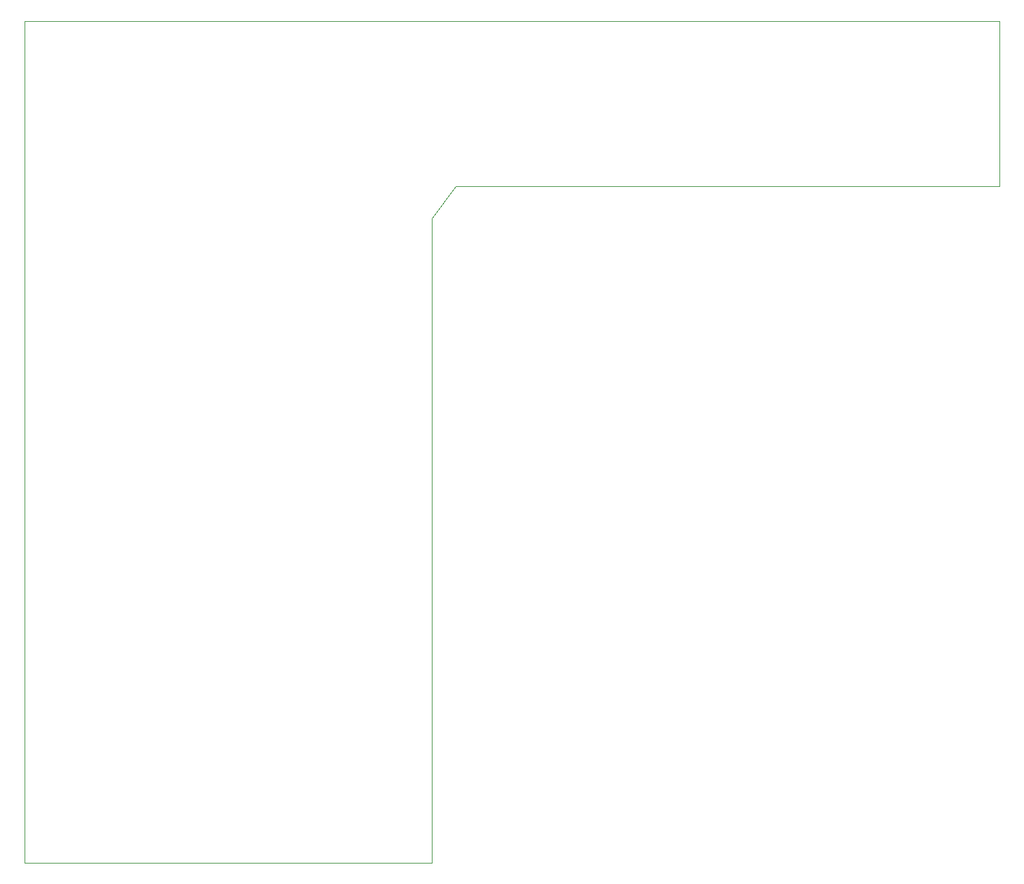
<source format=gbr>
%TF.GenerationSoftware,KiCad,Pcbnew,8.0.3-8.0.3-0~ubuntu20.04.1*%
%TF.CreationDate,2024-07-01T18:26:47+09:00*%
%TF.ProjectId,Gender_TANG25K_IO_LevelShift,47656e64-6572-45f5-9441-4e4732354b5f,rev?*%
%TF.SameCoordinates,Original*%
%TF.FileFunction,Profile,NP*%
%FSLAX46Y46*%
G04 Gerber Fmt 4.6, Leading zero omitted, Abs format (unit mm)*
G04 Created by KiCad (PCBNEW 8.0.3-8.0.3-0~ubuntu20.04.1) date 2024-07-01 18:26:47*
%MOMM*%
%LPD*%
G01*
G04 APERTURE LIST*
%TA.AperFunction,Profile*%
%ADD10C,0.050000*%
%TD*%
G04 APERTURE END LIST*
D10*
X74000000Y-79000000D02*
X74000000Y-183500000D01*
X195000000Y-79000000D02*
X74000000Y-79000000D01*
X195000000Y-99500000D02*
X195000000Y-79000000D01*
X127500000Y-99500000D02*
X195000000Y-99500000D01*
X124500000Y-103500000D02*
X127500000Y-99500000D01*
X124500000Y-183500000D02*
X124500000Y-103500000D01*
X74000000Y-183500000D02*
X124500000Y-183500000D01*
M02*

</source>
